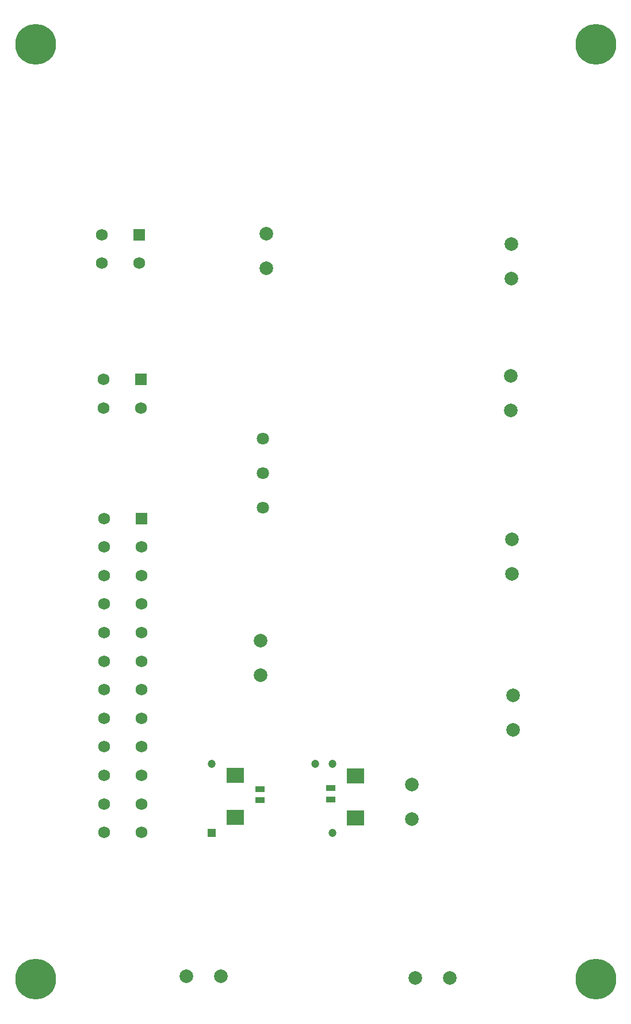
<source format=gbr>
%TF.GenerationSoftware,KiCad,Pcbnew,7.0.8-7.0.8~ubuntu22.04.1*%
%TF.CreationDate,2025-01-17T11:03:05+01:00*%
%TF.ProjectId,supply_interface,73757070-6c79-45f6-996e-746572666163,rev?*%
%TF.SameCoordinates,Original*%
%TF.FileFunction,Soldermask,Bot*%
%TF.FilePolarity,Negative*%
%FSLAX46Y46*%
G04 Gerber Fmt 4.6, Leading zero omitted, Abs format (unit mm)*
G04 Created by KiCad (PCBNEW 7.0.8-7.0.8~ubuntu22.04.1) date 2025-01-17 11:03:05*
%MOMM*%
%LPD*%
G01*
G04 APERTURE LIST*
%ADD10C,0.800000*%
%ADD11C,6.000000*%
%ADD12R,1.750000X1.750000*%
%ADD13C,1.750000*%
%ADD14C,2.006600*%
%ADD15R,1.200000X1.200000*%
%ADD16C,1.200000*%
%ADD17C,1.800000*%
%ADD18R,1.470000X0.970000*%
%ADD19R,2.500000X2.300000*%
G04 APERTURE END LIST*
D10*
%TO.C,H4*%
X125250000Y-167500000D03*
X125909010Y-165909010D03*
X125909010Y-169090990D03*
X127500000Y-165250000D03*
D11*
X127500000Y-167500000D03*
D10*
X127500000Y-169750000D03*
X129090990Y-165909010D03*
X129090990Y-169090990D03*
X129750000Y-167500000D03*
%TD*%
D12*
%TO.C,J2*%
X60500000Y-79300000D03*
D13*
X60500000Y-83500000D03*
X55000000Y-79300000D03*
X55000000Y-83500000D03*
%TD*%
D14*
%TO.C,J9*%
X79000000Y-57820000D03*
X79000000Y-62900000D03*
%TD*%
D10*
%TO.C,H2*%
X125250000Y-30000000D03*
X125909010Y-28409010D03*
X125909010Y-31590990D03*
X127500000Y-27750000D03*
D11*
X127500000Y-30000000D03*
D10*
X127500000Y-32250000D03*
X129090990Y-28409010D03*
X129090990Y-31590990D03*
X129750000Y-30000000D03*
%TD*%
D15*
%TO.C,PS1*%
X70960000Y-145960000D03*
D16*
X88740000Y-145960000D03*
X88740000Y-135800000D03*
X86200000Y-135800000D03*
X70960000Y-135800000D03*
%TD*%
D14*
%TO.C,J6*%
X115300000Y-125760000D03*
X115300000Y-130840000D03*
%TD*%
%TO.C,J11*%
X115050000Y-59360000D03*
X115050000Y-64440000D03*
%TD*%
D10*
%TO.C,H3*%
X42750000Y-167500000D03*
X43409010Y-165909010D03*
X43409010Y-169090990D03*
X45000000Y-165250000D03*
D11*
X45000000Y-167500000D03*
D10*
X45000000Y-169750000D03*
X46590990Y-165909010D03*
X46590990Y-169090990D03*
X47250000Y-167500000D03*
%TD*%
D12*
%TO.C,J1*%
X60590000Y-99710000D03*
D13*
X60590000Y-103910000D03*
X60590000Y-108110000D03*
X60590000Y-112310000D03*
X60590000Y-116510000D03*
X60590000Y-120710000D03*
X60590000Y-124910000D03*
X60590000Y-129110000D03*
X60590000Y-133310000D03*
X60590000Y-137510000D03*
X60590000Y-141710000D03*
X60590000Y-145910000D03*
X55090000Y-99710000D03*
X55090000Y-103910000D03*
X55090000Y-108110000D03*
X55090000Y-112310000D03*
X55090000Y-116510000D03*
X55090000Y-120710000D03*
X55090000Y-124910000D03*
X55090000Y-129110000D03*
X55090000Y-133310000D03*
X55090000Y-137510000D03*
X55090000Y-141710000D03*
X55090000Y-145910000D03*
%TD*%
D12*
%TO.C,J7*%
X60300000Y-58000000D03*
D13*
X60300000Y-62200000D03*
X54800000Y-58000000D03*
X54800000Y-62200000D03*
%TD*%
D17*
%TO.C,J5*%
X78450000Y-98130000D03*
X78450000Y-93050000D03*
X78450000Y-87970000D03*
%TD*%
D14*
%TO.C,J4*%
X72330000Y-167100000D03*
X67250000Y-167100000D03*
%TD*%
%TO.C,J3*%
X105980000Y-167310000D03*
X100900000Y-167310000D03*
%TD*%
%TO.C,J12*%
X78150000Y-117664900D03*
X78150000Y-122744900D03*
%TD*%
D10*
%TO.C,H1*%
X42750000Y-30000000D03*
X43409010Y-28409010D03*
X43409010Y-31590990D03*
X45000000Y-27750000D03*
D11*
X45000000Y-30000000D03*
D10*
X45000000Y-32250000D03*
X46590990Y-28409010D03*
X46590990Y-31590990D03*
X47250000Y-30000000D03*
%TD*%
D14*
%TO.C,J10*%
X100440000Y-138860000D03*
X100440000Y-143940000D03*
%TD*%
%TO.C,J8*%
X115150000Y-102810000D03*
X115150000Y-107890000D03*
%TD*%
%TO.C,J13*%
X114950000Y-78720000D03*
X114950000Y-83800000D03*
%TD*%
D18*
%TO.C,C3*%
X78090000Y-141190000D03*
X78090000Y-139530000D03*
%TD*%
%TO.C,C4*%
X88490000Y-141040000D03*
X88490000Y-139380000D03*
%TD*%
D19*
%TO.C,C1*%
X74440000Y-137510000D03*
X74440000Y-143710000D03*
%TD*%
%TO.C,C2*%
X92140000Y-137560000D03*
X92140000Y-143760000D03*
%TD*%
M02*

</source>
